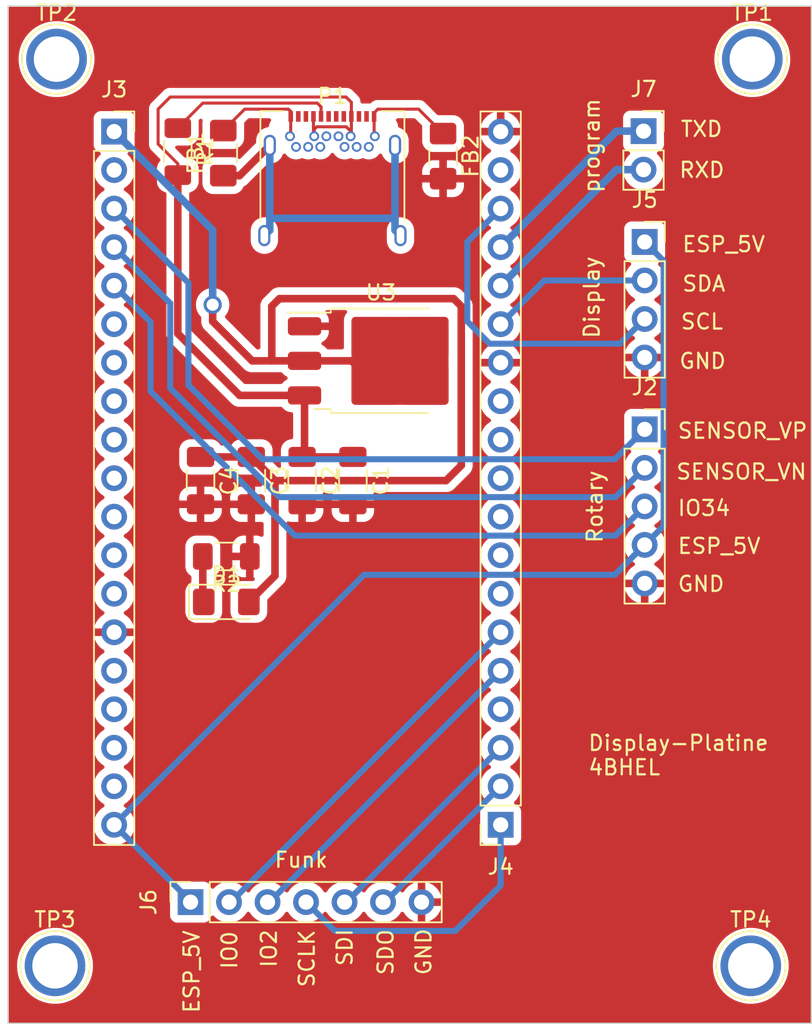
<source format=kicad_pcb>
(kicad_pcb (version 20221018) (generator pcbnew)
  (layers (0 "F.Cu" signal) (31 "B.Cu" signal) (34 "B.Paste" user) (35 "F.Paste" user) (36 "B.SilkS" user "B.Silkscreen") (37 "F.SilkS" user "F.Silkscreen") (38 "B.Mask" user) (39 "F.Mask" user) (44 "Edge.Cuts" user))
  (net 0 "")
  (net 1 "Net-(P1-SHIELD)")
  (net 2 "Net-(FB1-Pad2)")
  (net 3 "GND")
  (net 4 "/SENSOR_VP")
  (net 5 "/SENSOR_VN")
  (net 6 "/IO34")
  (net 7 "/ESP_5V")
  (net 8 "/3V3")
  (net 9 "/EN")
  (net 10 "/IO35")
  (net 11 "/IO32")
  (net 12 "/IO33")
  (net 13 "/IO25")
  (net 14 "/IO26")
  (net 15 "/IO27")
  (net 16 "/IO14")
  (net 17 "/IO12")
  (net 18 "/IO13")
  (net 19 "/SD2")
  (net 20 "/SD3")
  (net 21 "/CMD")
  (net 22 "/CLK")
  (net 23 "/SD0")
  (net 24 "/SD1")
  (net 25 "/IO15")
  (net 26 "/IO2")
  (net 27 "/IO0")
  (net 28 "/IO4")
  (net 29 "/IO16")
  (net 30 "/IO17")
  (net 31 "/IO5_SS")
  (net 32 "/IO18_SCK")
  (net 33 "/IO19_MISO")
  (net 34 "/IO21_SDA")
  (net 35 "/RXD0")
  (net 36 "/TXD0")
  (net 37 "/IO22_SCL")
  (net 38 "/IO23_MOSI")
  (net 39 "Net-(U3-VI)")
  (net 40 "Net-(P1-CC)")
  (net 48 "Net-(D1-K)")
  (footprint "Resistor_SMD:R_1206_3216Metric_Pad1.30x1.75mm_HandSolder" (layer "F.Cu") (at 140.5 88.5 180)
    (fp_text reference "R2" (at 0 -1.82) (layer "F.SilkS"))
    (fp_text value "330")
    (fp_line (start -0.727064 -0.91) (end 0.727064 -0.91) (stroke (width 0.12)) (layer "F.SilkS"))
    (fp_line (start -0.727064 0.91) (end 0.727064 0.91) (stroke (width 0.12)) (layer "F.SilkS"))
    (pad "1" smd roundrect (at -1.55 0 180) (size 1.3 1.75) (layers "F.Cu" "F.Paste" "F.Mask") (roundrect_rratio 0.192308) (net 3 "GND"))
    (pad "2" smd roundrect (at 1.55 0 180) (size 1.3 1.75) (layers "F.Cu" "F.Paste" "F.Mask") (roundrect_rratio 0.192308) (net 48 "Net-(D1-K)"))
  )
  (footprint "TestPoint:TestPoint_Plated_Hole_D3.0mm" (layer "F.Cu") (at 129.3 55.7)
    (fp_text reference "TP2" (at 0 -3.048) (layer "F.SilkS"))
    (fp_text value "TestPoint")
    (fp_circle (center 0 0) (end 0 -2.286) (stroke (width 0.12)) (fill none) (layer "F.SilkS"))
    (pad "1" thru_hole circle (at 0 0) (size 4 4) (drill 3) (layers "*.Cu" "*.Mask"))
  )
  (footprint "Connector_PinSocket_2.54mm:PinSocket_1x19_P2.54mm_Vertical" (layer "F.Cu") (at 133.1 60.48)
    (fp_text reference "J3" (at 0 -2.77) (layer "F.SilkS"))
    (fp_text value "Conn_01x19_Socket")
    (fp_line (start -1.33 1.27) (end -1.33 47.05) (stroke (width 0.12)) (layer "F.SilkS"))
    (fp_line (start -1.33 1.27) (end 1.33 1.27) (stroke (width 0.12)) (layer "F.SilkS"))
    (fp_line (start -1.33 47.05) (end 1.33 47.05) (stroke (width 0.12)) (layer "F.SilkS"))
    (fp_line (start 0 -1.33) (end 1.33 -1.33) (stroke (width 0.12)) (layer "F.SilkS"))
    (fp_line (start 1.33 -1.33) (end 1.33 0) (stroke (width 0.12)) (layer "F.SilkS"))
    (fp_line (start 1.33 1.27) (end 1.33 47.05) (stroke (width 0.12)) (layer "F.SilkS"))
    (pad "1" thru_hole rect (at 0 0) (size 1.7 1.7) (drill 1) (layers "*.Cu" "*.Mask") (net 8 "/3V3"))
    (pad "2" thru_hole oval (at 0 2.54) (size 1.7 1.7) (drill 1) (layers "*.Cu" "*.Mask") (net 9 "/EN"))
    (pad "3" thru_hole oval (at 0 5.08) (size 1.7 1.7) (drill 1) (layers "*.Cu" "*.Mask") (net 4 "/SENSOR_VP"))
    (pad "4" thru_hole oval (at 0 7.62) (size 1.7 1.7) (drill 1) (layers "*.Cu" "*.Mask") (net 5 "/SENSOR_VN"))
    (pad "5" thru_hole oval (at 0 10.16) (size 1.7 1.7) (drill 1) (layers "*.Cu" "*.Mask") (net 6 "/IO34"))
    (pad "6" thru_hole oval (at 0 12.7) (size 1.7 1.7) (drill 1) (layers "*.Cu" "*.Mask") (net 10 "/IO35"))
    (pad "7" thru_hole oval (at 0 15.24) (size 1.7 1.7) (drill 1) (layers "*.Cu" "*.Mask") (net 11 "/IO32"))
    (pad "8" thru_hole oval (at 0 17.78) (size 1.7 1.7) (drill 1) (layers "*.Cu" "*.Mask") (net 12 "/IO33"))
    (pad "9" thru_hole oval (at 0 20.32) (size 1.7 1.7) (drill 1) (layers "*.Cu" "*.Mask") (net 13 "/IO25"))
    (pad "10" thru_hole oval (at 0 22.86) (size 1.7 1.7) (drill 1) (layers "*.Cu" "*.Mask") (net 14 "/IO26"))
    (pad "11" thru_hole oval (at 0 25.4) (size 1.7 1.7) (drill 1) (layers "*.Cu" "*.Mask") (net 15 "/IO27"))
    (pad "12" thru_hole oval (at 0 27.94) (size 1.7 1.7) (drill 1) (layers "*.Cu" "*.Mask") (net 16 "/IO14"))
    (pad "13" thru_hole oval (at 0 30.48) (size 1.7 1.7) (drill 1) (layers "*.Cu" "*.Mask") (net 17 "/IO12"))
    (pad "14" thru_hole oval (at 0 33.02) (size 1.7 1.7) (drill 1) (layers "*.Cu" "*.Mask") (net 3 "GND"))
    (pad "15" thru_hole oval (at 0 35.56) (size 1.7 1.7) (drill 1) (layers "*.Cu" "*.Mask") (net 18 "/IO13"))
    (pad "16" thru_hole oval (at 0 38.1) (size 1.7 1.7) (drill 1) (layers "*.Cu" "*.Mask") (net 19 "/SD2"))
    (pad "17" thru_hole oval (at 0 40.64) (size 1.7 1.7) (drill 1) (layers "*.Cu" "*.Mask") (net 20 "/SD3"))
    (pad "18" thru_hole oval (at 0 43.18) (size 1.7 1.7) (drill 1) (layers "*.Cu" "*.Mask") (net 21 "/CMD"))
    (pad "19" thru_hole oval (at 0 45.72) (size 1.7 1.7) (drill 1) (layers "*.Cu" "*.Mask") (net 7 "/ESP_5V"))
  )
  (footprint "Connector_PinSocket_2.54mm:PinSocket_1x07_P2.54mm_Vertical" (layer "F.Cu") (at 138.14 111.3 90)
    (fp_text reference "J6" (at 0 -2.77 90) (layer "F.SilkS"))
    (fp_text value "Conn_01x07_Socket")
    (fp_line (start -1.33 1.27) (end -1.33 16.57) (stroke (width 0.12)) (layer "F.SilkS"))
    (fp_line (start -1.33 1.27) (end 1.33 1.27) (stroke (width 0.12)) (layer "F.SilkS"))
    (fp_line (start -1.33 16.57) (end 1.33 16.57) (stroke (width 0.12)) (layer "F.SilkS"))
    (fp_line (start 0 -1.33) (end 1.33 -1.33) (stroke (width 0.12)) (layer "F.SilkS"))
    (fp_line (start 1.33 -1.33) (end 1.33 0) (stroke (width 0.12)) (layer "F.SilkS"))
    (fp_line (start 1.33 1.27) (end 1.33 16.57) (stroke (width 0.12)) (layer "F.SilkS"))
    (pad "1" thru_hole rect (at 0 0 90) (size 1.7 1.7) (drill 1) (layers "*.Cu" "*.Mask") (net 7 "/ESP_5V"))
    (pad "2" thru_hole oval (at 0 2.54 90) (size 1.7 1.7) (drill 1) (layers "*.Cu" "*.Mask") (net 27 "/IO0"))
    (pad "3" thru_hole oval (at 0 5.08 90) (size 1.7 1.7) (drill 1) (layers "*.Cu" "*.Mask") (net 26 "/IO2"))
    (pad "4" thru_hole oval (at 0 7.62 90) (size 1.7 1.7) (drill 1) (layers "*.Cu" "*.Mask") (net 22 "/CLK"))
    (pad "5" thru_hole oval (at 0 10.16 90) (size 1.7 1.7) (drill 1) (layers "*.Cu" "*.Mask") (net 24 "/SD1"))
    (pad "6" thru_hole oval (at 0 12.7 90) (size 1.7 1.7) (drill 1) (layers "*.Cu" "*.Mask") (net 23 "/SD0"))
    (pad "7" thru_hole oval (at 0 15.24 90) (size 1.7 1.7) (drill 1) (layers "*.Cu" "*.Mask") (net 3 "GND"))
  )
  (footprint "Inductor_SMD:L_1206_3216Metric_Pad1.42x1.75mm_HandSolder" (layer "F.Cu") (at 140.3 61.9 90)
    (fp_text reference "FB1" (at 0 -1.82 90) (layer "F.SilkS"))
    (fp_text value "FerriteBead_Small")
    (fp_line (start -0.602064 -0.91) (end 0.602064 -0.91) (stroke (width 0.12)) (layer "F.SilkS"))
    (fp_line (start -0.602064 0.91) (end 0.602064 0.91) (stroke (width 0.12)) (layer "F.SilkS"))
    (pad "1" smd roundrect (at -1.4875 0 90) (size 1.425 1.75) (layers "F.Cu" "F.Paste" "F.Mask") (roundrect_rratio 0.175439) (net 1 "Net-(P1-SHIELD)"))
    (pad "2" smd roundrect (at 1.4875 0 90) (size 1.425 1.75) (layers "F.Cu" "F.Paste" "F.Mask") (roundrect_rratio 0.175439) (net 2 "Net-(FB1-Pad2)"))
  )
  (footprint "Connector_PinSocket_2.54mm:PinSocket_1x04_P2.54mm_Vertical" (layer "F.Cu") (at 168.1 67.76)
    (fp_text reference "J5" (at 0 -2.77) (layer "F.SilkS"))
    (fp_text value "Conn_01x04_Socket")
    (fp_line (start -1.33 1.27) (end -1.33 8.95) (stroke (width 0.12)) (layer "F.SilkS"))
    (fp_line (start -1.33 1.27) (end 1.33 1.27) (stroke (width 0.12)) (layer "F.SilkS"))
    (fp_line (start -1.33 8.95) (end 1.33 8.95) (stroke (width 0.12)) (layer "F.SilkS"))
    (fp_line (start 0 -1.33) (end 1.33 -1.33) (stroke (width 0.12)) (layer "F.SilkS"))
    (fp_line (start 1.33 -1.33) (end 1.33 0) (stroke (width 0.12)) (layer "F.SilkS"))
    (fp_line (start 1.33 1.27) (end 1.33 8.95) (stroke (width 0.12)) (layer "F.SilkS"))
    (pad "1" thru_hole rect (at 0 0) (size 1.7 1.7) (drill 1) (layers "*.Cu" "*.Mask") (net 7 "/ESP_5V"))
    (pad "2" thru_hole oval (at 0 2.54) (size 1.7 1.7) (drill 1) (layers "*.Cu" "*.Mask") (net 34 "/IO21_SDA"))
    (pad "3" thru_hole oval (at 0 5.08) (size 1.7 1.7) (drill 1) (layers "*.Cu" "*.Mask") (net 37 "/IO22_SCL"))
    (pad "4" thru_hole oval (at 0 7.62) (size 1.7 1.7) (drill 1) (layers "*.Cu" "*.Mask") (net 3 "GND"))
  )
  (footprint "Connector_PinSocket_2.54mm:PinSocket_1x19_P2.54mm_Vertical" (layer "F.Cu") (at 158.6 106.2 180)
    (fp_text reference "J4" (at 0 -2.77) (layer "F.SilkS"))
    (fp_text value "Conn_01x19_Socket")
    (fp_line (start -1.33 1.27) (end -1.33 47.05) (stroke (width 0.12)) (layer "F.SilkS"))
    (fp_line (start -1.33 1.27) (end 1.33 1.27) (stroke (width 0.12)) (layer "F.SilkS"))
    (fp_line (start -1.33 47.05) (end 1.33 47.05) (stroke (width 0.12)) (layer "F.SilkS"))
    (fp_line (start 0 -1.33) (end 1.33 -1.33) (stroke (width 0.12)) (layer "F.SilkS"))
    (fp_line (start 1.33 -1.33) (end 1.33 0) (stroke (width 0.12)) (layer "F.SilkS"))
    (fp_line (start 1.33 1.27) (end 1.33 47.05) (stroke (width 0.12)) (layer "F.SilkS"))
    (pad "1" thru_hole rect (at 0 0 180) (size 1.7 1.7) (drill 1) (layers "*.Cu" "*.Mask") (net 22 "/CLK"))
    (pad "2" thru_hole oval (at 0 2.54 180) (size 1.7 1.7) (drill 1) (layers "*.Cu" "*.Mask") (net 23 "/SD0"))
    (pad "3" thru_hole oval (at 0 5.08 180) (size 1.7 1.7) (drill 1) (layers "*.Cu" "*.Mask") (net 24 "/SD1"))
    (pad "4" thru_hole oval (at 0 7.62 180) (size 1.7 1.7) (drill 1) (layers "*.Cu" "*.Mask") (net 25 "/IO15"))
    (pad "5" thru_hole oval (at 0 10.16 180) (size 1.7 1.7) (drill 1) (layers "*.Cu" "*.Mask") (net 26 "/IO2"))
    (pad "6" thru_hole oval (at 0 12.7 180) (size 1.7 1.7) (drill 1) (layers "*.Cu" "*.Mask") (net 27 "/IO0"))
    (pad "7" thru_hole oval (at 0 15.24 180) (size 1.7 1.7) (drill 1) (layers "*.Cu" "*.Mask") (net 28 "/IO4"))
    (pad "8" thru_hole oval (at 0 17.78 180) (size 1.7 1.7) (drill 1) (layers "*.Cu" "*.Mask") (net 29 "/IO16"))
    (pad "9" thru_hole oval (at 0 20.32 180) (size 1.7 1.7) (drill 1) (layers "*.Cu" "*.Mask") (net 30 "/IO17"))
    (pad "10" thru_hole oval (at 0 22.86 180) (size 1.7 1.7) (drill 1) (layers "*.Cu" "*.Mask") (net 31 "/IO5_SS"))
    (pad "11" thru_hole oval (at 0 25.4 180) (size 1.7 1.7) (drill 1) (layers "*.Cu" "*.Mask") (net 32 "/IO18_SCK"))
    (pad "12" thru_hole oval (at 0 27.94 180) (size 1.7 1.7) (drill 1) (layers "*.Cu" "*.Mask") (net 33 "/IO19_MISO"))
    (pad "13" thru_hole oval (at 0 30.48 180) (size 1.7 1.7) (drill 1) (layers "*.Cu" "*.Mask") (net 3 "GND"))
    (pad "14" thru_hole oval (at 0 33.02 180) (size 1.7 1.7) (drill 1) (layers "*.Cu" "*.Mask") (net 34 "/IO21_SDA"))
    (pad "15" thru_hole oval (at 0 35.56 180) (size 1.7 1.7) (drill 1) (layers "*.Cu" "*.Mask") (net 35 "/RXD0"))
    (pad "16" thru_hole oval (at 0 38.1 180) (size 1.7 1.7) (drill 1) (layers "*.Cu" "*.Mask") (net 36 "/TXD0"))
    (pad "17" thru_hole oval (at 0 40.64 180) (size 1.7 1.7) (drill 1) (layers "*.Cu" "*.Mask") (net 37 "/IO22_SCL"))
    (pad "18" thru_hole oval (at 0 43.18 180) (size 1.7 1.7) (drill 1) (layers "*.Cu" "*.Mask") (net 38 "/IO23_MOSI"))
    (pad "19" thru_hole oval (at 0 45.72 180) (size 1.7 1.7) (drill 1) (layers "*.Cu" "*.Mask") (net 3 "GND"))
  )
  (footprint "Resistor_SMD:R_1206_3216Metric_Pad1.30x1.75mm_HandSolder" (layer "F.Cu") (at 137.3 61.8 -90)
    (fp_text reference "R1" (at 0 -1.82 90) (layer "F.SilkS"))
    (fp_text value "56k")
    (fp_line (start -0.727064 -0.91) (end 0.727064 -0.91) (stroke (width 0.12)) (layer "F.SilkS"))
    (fp_line (start -0.727064 0.91) (end 0.727064 0.91) (stroke (width 0.12)) (layer "F.SilkS"))
    (pad "1" smd roundrect (at -1.55 0 270) (size 1.3 1.75) (layers "F.Cu" "F.Paste" "F.Mask") (roundrect_rratio 0.192308) (net 40 "Net-(P1-CC)"))
    (pad "2" smd roundrect (at 1.55 0 270) (size 1.3 1.75) (layers "F.Cu" "F.Paste" "F.Mask") (roundrect_rratio 0.192308) (net 39 "Net-(U3-VI)"))
  )
  (footprint "Connector_PinSocket_2.54mm:PinSocket_1x05_P2.54mm_Vertical" (layer "F.Cu") (at 168.1 80.12)
    (fp_text reference "J2" (at 0 -2.77) (layer "F.SilkS"))
    (fp_text value "Conn_01x05_Socket")
    (fp_line (start -1.33 1.27) (end -1.33 11.49) (stroke (width 0.12)) (layer "F.SilkS"))
    (fp_line (start -1.33 1.27) (end 1.33 1.27) (stroke (width 0.12)) (layer "F.SilkS"))
    (fp_line (start -1.33 11.49) (end 1.33 11.49) (stroke (width 0.12)) (layer "F.SilkS"))
    (fp_line (start 0 -1.33) (end 1.33 -1.33) (stroke (width 0.12)) (layer "F.SilkS"))
    (fp_line (start 1.33 -1.33) (end 1.33 0) (stroke (width 0.12)) (layer "F.SilkS"))
    (fp_line (start 1.33 1.27) (end 1.33 11.49) (stroke (width 0.12)) (layer "F.SilkS"))
    (pad "1" thru_hole rect (at 0 0) (size 1.7 1.7) (drill 1) (layers "*.Cu" "*.Mask") (net 4 "/SENSOR_VP"))
    (pad "2" thru_hole oval (at 0 2.54) (size 1.7 1.7) (drill 1) (layers "*.Cu" "*.Mask") (net 5 "/SENSOR_VN"))
    (pad "3" thru_hole oval (at 0 5.08) (size 1.7 1.7) (drill 1) (layers "*.Cu" "*.Mask") (net 6 "/IO34"))
    (pad "4" thru_hole oval (at 0 7.62) (size 1.7 1.7) (drill 1) (layers "*.Cu" "*.Mask") (net 7 "/ESP_5V"))
    (pad "5" thru_hole oval (at 0 10.16) (size 1.7 1.7) (drill 1) (layers "*.Cu" "*.Mask") (net 3 "GND"))
  )
  (footprint "TestPoint:TestPoint_Plated_Hole_D3.0mm" (layer "F.Cu") (at 129.2 115.5)
    (fp_text reference "TP3" (at 0 -3.048) (layer "F.SilkS"))
    (fp_text value "TestPoint")
    (fp_circle (center 0 0) (end 0 -2.286) (stroke (width 0.12)) (fill none) (layer "F.SilkS"))
    (pad "1" thru_hole circle (at 0 0) (size 4 4) (drill 3) (layers "*.Cu" "*.Mask"))
  )
  (footprint "Inductor_SMD:L_1206_3216Metric_Pad1.42x1.75mm_HandSolder" (layer "F.Cu") (at 154.8 62.1 -90)
    (fp_text reference "FB2" (at 0 -1.82 90) (layer "F.SilkS"))
    (fp_text value "FerriteBead_Small")
    (fp_line (start -0.602064 -0.91) (end 0.602064 -0.91) (stroke (width 0.12)) (layer "F.SilkS"))
    (fp_line (start -0.602064 0.91) (end 0.602064 0.91) (stroke (width 0.12)) (layer "F.SilkS"))
    (pad "1" smd roundrect (at -1.4875 0 270) (size 1.425 1.75) (layers "F.Cu" "F.Paste" "F.Mask") (roundrect_rratio 0.175439) (net 2 "Net-(FB1-Pad2)"))
    (pad "2" smd roundrect (at 1.4875 0 270) (size 1.425 1.75) (layers "F.Cu" "F.Paste" "F.Mask") (roundrect_rratio 0.175439) (net 3 "GND"))
  )
  (footprint "Diode_SMD:D_1206_3216Metric_Pad1.42x1.75mm_HandSolder" (layer "F.Cu") (at 140.5 91.5)
    (fp_text reference "D1" (at 0 -1.82) (layer "F.SilkS"))
    (fp_text value "LED")
    (fp_line (start -2.46 -1.135) (end -2.46 1.135) (stroke (width 0.12)) (layer "F.SilkS"))
    (fp_line (start -2.46 1.135) (end 1.6 1.135) (stroke (width 0.12)) (layer "F.SilkS"))
    (fp_line (start 1.6 -1.135) (end -2.46 -1.135) (stroke (width 0.12)) (layer "F.SilkS"))
    (pad "1" smd roundrect (at -1.4875 0) (size 1.425 1.75) (layers "F.Cu" "F.Paste" "F.Mask") (roundrect_rratio 0.175439) (net 48 "Net-(D1-K)"))
    (pad "2" smd roundrect (at 1.4875 0) (size 1.425 1.75) (layers "F.Cu" "F.Paste" "F.Mask") (roundrect_rratio 0.175439) (net 8 "/3V3"))
  )
  (footprint "TestPoint:TestPoint_Plated_Hole_D3.0mm" (layer "F.Cu") (at 175.2 55.7)
    (fp_text reference "TP1" (at 0 -3.048) (layer "F.SilkS"))
    (fp_text value "TestPoint")
    (fp_circle (center 0 0) (end 0 -2.286) (stroke (width 0.12)) (fill none) (layer "F.SilkS"))
    (pad "1" thru_hole circle (at 0 0) (size 4 4) (drill 3) (layers "*.Cu" "*.Mask"))
  )
  (footprint "TestPoint:TestPoint_Plated_Hole_D3.0mm" (layer "F.Cu") (at 175.1 115.5)
    (fp_text reference "TP4" (at 0 -3.048) (layer "F.SilkS"))
    (fp_text value "TestPoint")
    (fp_circle (center 0 0) (end 0 -2.286) (stroke (width 0.12)) (fill none) (layer "F.SilkS"))
    (pad "1" thru_hole circle (at 0 0) (size 4 4) (drill 3) (layers "*.Cu" "*.Mask"))
  )
  (footprint "Capacitor_SMD:C_1206_3216Metric_Pad1.33x1.80mm_HandSolder" (layer "F.Cu") (at 142.15 83.5 -90)
    (fp_text reference "C3" (at 0 -1.85 90) (layer "F.SilkS"))
    (fp_text value "1u")
    (fp_line (start -0.711252 -0.91) (end 0.711252 -0.91) (stroke (width 0.12)) (layer "F.SilkS"))
    (fp_line (start -0.711252 0.91) (end 0.711252 0.91) (stroke (width 0.12)) (layer "F.SilkS"))
    (pad "1" smd roundrect (at -1.5625 0 270) (size 1.325 1.8) (layers "F.Cu" "F.Paste" "F.Mask") (roundrect_rratio 0.188679) (net 8 "/3V3"))
    (pad "2" smd roundrect (at 1.5625 0 270) (size 1.325 1.8) (layers "F.Cu" "F.Paste" "F.Mask") (roundrect_rratio 0.188679) (net 3 "GND"))
  )
  (footprint "Capacitor_SMD:C_1206_3216Metric_Pad1.33x1.80mm_HandSolder" (layer "F.Cu") (at 138.8 83.5 -90)
    (fp_text reference "C4" (at 0 -1.85 90) (layer "F.SilkS"))
    (fp_text value "10u")
    (fp_line (start -0.711252 -0.91) (end 0.711252 -0.91) (stroke (width 0.12)) (layer "F.SilkS"))
    (fp_line (start -0.711252 0.91) (end 0.711252 0.91) (stroke (width 0.12)) (layer "F.SilkS"))
    (pad "1" smd roundrect (at -1.5625 0 270) (size 1.325 1.8) (layers "F.Cu" "F.Paste" "F.Mask") (roundrect_rratio 0.188679) (net 8 "/3V3"))
    (pad "2" smd roundrect (at 1.5625 0 270) (size 1.325 1.8) (layers "F.Cu" "F.Paste" "F.Mask") (roundrect_rratio 0.188679) (net 3 "GND"))
  )
  (footprint "Package_TO_SOT_SMD:TO-252-3_TabPin2" (layer "F.Cu") (at 150.7 75.6)
    (fp_text reference "U3" (at 0 -4.5) (layer "F.SilkS"))
    (fp_text value "AMS1117CD-3.3")
    (fp_line (start -3.31 -3.45) (end -3.31 -3.18) (stroke (width 0.12)) (layer "F.SilkS"))
    (fp_line (start -3.31 -3.18) (end -6.14 -3.18) (stroke (width 0.12)) (layer "F.SilkS"))
    (fp_line (start -3.31 3.18) (end -4.41 3.18) (stroke (width 0.12)) (layer "F.SilkS"))
    (fp_line (start -3.31 3.45) (end -3.31 3.18) (stroke (width 0.12)) (layer "F.SilkS"))
    (fp_line (start 3.11 -3.45) (end -3.31 -3.45) (stroke (width 0.12)) (layer "F.SilkS"))
    (fp_line (start 3.11 3.45) (end -3.31 3.45) (stroke (width 0.12)) (layer "F.SilkS"))
    (pad "1" smd roundrect (at -5.04 -2.28) (size 2.2 1.2) (layers "F.Cu" "F.Paste" "F.Mask") (roundrect_rratio 0.208333) (net 3 "GND"))
    (pad "2" smd roundrect (at -5.04 0) (size 2.2 1.2) (layers "F.Cu" "F.Paste" "F.Mask") (roundrect_rratio 0.208333) (net 8 "/3V3"))
    (pad "2" smd roundrect (at -0.415 -1.525) (size 3.05 2.75) (layers "F.Cu" "F.Paste") (roundrect_rratio 0.090909) (net 8 "/3V3"))
    (pad "2" smd roundrect (at -0.415 1.525) (size 3.05 2.75) (layers "F.Cu" "F.Paste") (roundrect_rratio 0.090909) (net 8 "/3V3"))
    (pad "2" smd roundrect (at 1.26 0) (size 6.4 5.8) (layers "F.Cu" "F.Mask") (roundrect_rratio 0.043103) (net 8 "/3V3"))
    (pad "2" smd roundrect (at 2.935 -1.525) (size 3.05 2.75) (layers "F.Cu" "F.Paste") (roundrect_rratio 0.090909) (net 8 "/3V3"))
    (pad "2" smd roundrect (at 2.935 1.525) (size 3.05 2.75) (layers "F.Cu" "F.Paste") (roundrect_rratio 0.090909) (net 8 "/3V3"))
    (pad "3" smd roundrect (at -5.04 2.28) (size 2.2 1.2) (layers "F.Cu" "F.Paste" "F.Mask") (roundrect_rratio 0.208333) (net 39 "Net-(U3-VI)"))
  )
  (footprint "Connector_USB:USB_C_Receptacle_Amphenol_12401548E4-2A" (layer "F.Cu") (at 147.5 64.5)
    (fp_text reference "P1" (at 0 -6.36) (layer "F.SilkS"))
    (fp_text value "USB_C_Plug_USB2.0")
    (fp_line (start -4.75 -5.37) (end -4.75 1.89) (stroke (width 0.12)) (layer "F.SilkS"))
    (fp_line (start -4.75 -5.37) (end -3.25 -5.37) (stroke (width 0.12)) (layer "F.SilkS"))
    (fp_line (start 3.25 -5.37) (end 4.75 -5.37) (stroke (width 0.12)) (layer "F.SilkS"))
    (fp_line (start 4.75 -5.37) (end 4.75 1.89) (stroke (width 0.12)) (layer "F.SilkS"))
    (pad "" np_thru_hole circle (at -3.6 -4.36) (size 0.65 0.65) (drill 0.65) (layers "*.Cu" "*.Mask"))
    (pad "" np_thru_hole oval (at 3.6 -4.36) (size 0.95 0.65) (drill oval 0.95 0.65) (layers "*.Cu" "*.Mask"))
    (pad "A1" smd rect (at -2.75 -5.02) (size 0.3 0.7) (layers "F.Cu" "F.Paste" "F.Mask") (net 2 "Net-(FB1-Pad2)"))
    (pad "A2" smd rect (at -2.25 -5.02) (size 0.3 0.7) (layers "F.Cu" "F.Paste" "F.Mask"))
    (pad "A3" smd rect (at -1.75 -5.02) (size 0.3 0.7) (layers "F.Cu" "F.Paste" "F.Mask"))
    (pad "A4" smd rect (at -1.25 -5.02) (size 0.3 0.7) (layers "F.Cu" "F.Paste" "F.Mask") (net 39 "Net-(U3-VI)"))
    (pad "A5" smd rect (at -0.75 -5.02) (size 0.3 0.7) (layers "F.Cu" "F.Paste" "F.Mask") (net 40 "Net-(P1-CC)"))
    (pad "A6" smd rect (at -0.25 -5.02) (size 0.3 0.7) (layers "F.Cu" "F.Paste" "F.Mask"))
    (pad "A7" smd rect (at 0.25 -5.02) (size 0.3 0.7) (layers "F.Cu" "F.Paste" "F.Mask"))
    (pad "A8" smd rect (at 0.75 -5.02) (size 0.3 0.7) (layers "F.Cu" "F.Paste" "F.Mask"))
    (pad "A9" smd rect (at 1.25 -5.02) (size 0.3 0.7) (layers "F.Cu" "F.Paste" "F.Mask") (net 39 "Net-(U3-VI)"))
    (pad "A10" smd rect (at 1.75 -5.02) (size 0.3 0.7) (layers "F.Cu" "F.Paste" "F.Mask"))
    (pad "A11" smd rect (at 2.25 -5.02) (size 0.3 0.7) (layers "F.Cu" "F.Paste" "F.Mask"))
    (pad "A12" smd rect (at 2.75 -5.02) (size 0.3 0.7) (layers "F.Cu" "F.Paste" "F.Mask") (net 2 "Net-(FB1-Pad2)"))
    (pad "B1" thru_hole circle (at 2.8 -3.71) (size 0.65 0.65) (drill 0.4) (layers "*.Cu" "*.Mask") (net 2 "Net-(FB1-Pad2)"))
    (pad "B2" thru_hole circle (at 2.4 -3.01) (size 0.65 0.65) (drill 0.4) (layers "*.Cu" "*.Mask"))
    (pad "B3" thru_hole circle (at 1.6 -3.01) (size 0.65 0.65) (drill 0.4) (layers "*.Cu" "*.Mask"))
    (pad "B4" thru_hole circle (at 1.2 -3.71) (size 0.65 0.65) (drill 0.4) (layers "*.Cu" "*.Mask") (net 39 "Net-(U3-VI)"))
    (pad "B5" thru_hole circle (at 0.8 -3.01) (size 0.65 0.65) (drill 0.4) (layers "*.Cu" "*.Mask"))
    (pad "B6" thru_hole circle (at 0.4 -3.71) (size 0.65 0.65) (drill 0.4) (layers "*.Cu" "*.Mask"))
    (pad "B7" thru_hole circle (at -0.4 -3.71) (size 0.65 0.65) (drill 0.4) (layers "*.Cu" "*.Mask"))
    (pad "B8" thru_hole circle (at -0.8 -3.01) (size 0.65 0.65) (drill 0.4) (layers "*.Cu" "*.Mask"))
    (pad "B9" thru_hole circle (at -1.2 -3.71) (size 0.65 0.65) (drill 0.4) (layers "*.Cu" "*.Mask") (net 39 "Net-(U3-VI)"))
    (pad "B10" thru_hole circle (at -1.6 -3.01) (size 0.65 0.65) (drill 0.4) (layers "*.Cu" "*.Mask"))
    (pad "B11" thru_hole circle (at -2.4 -3.01) (size 0.65 0.65) (drill 0.4) (layers "*.Cu" "*.Mask"))
    (pad "B12" thru_hole circle (at -2.8 -3.71) (size 0.65 0.65) (drill 0.4) (layers "*.Cu" "*.Mask") (net 2 "Net-(FB1-Pad2)"))
    (pad "S1" thru_hole oval (at -4.49 2.84) (size 0.8 1.4) (drill oval 0.5 1.1) (layers "*.Cu" "*.Mask") (net 1 "Net-(P1-SHIELD)"))
    (pad "S1" thru_hole oval (at -4.13 -3.11) (size 0.8 1.4) (drill oval 0.5 1.1) (layers "*.Cu" "*.Mask") (net 1 "Net-(P1-SHIELD)"))
    (pad "S1" thru_hole oval (at 4.13 -3.11) (size 0.8 1.4) (drill oval 0.5 1.1) (layers "*.Cu" "*.Mask") (net 1 "Net-(P1-SHIELD)"))
    (pad "S1" thru_hole oval (at 4.49 2.84) (size 0.8 1.4) (drill oval 0.5 1.1) (layers "*.Cu" "*.Mask") (net 1 "Net-(P1-SHIELD)"))
  )
  (footprint "Capacitor_SMD:C_1206_3216Metric_Pad1.33x1.80mm_HandSolder" (layer "F.Cu") (at 148.85 83.5 -90)
    (fp_text reference "C1" (at 0 -1.85 90) (layer "F.SilkS"))
    (fp_text value "10u")
    (fp_line (start -0.711252 -0.91) (end 0.711252 -0.91) (stroke (width 0.12)) (layer "F.SilkS"))
    (fp_line (start -0.711252 0.91) (end 0.711252 0.91) (stroke (width 0.12)) (layer "F.SilkS"))
    (pad "1" smd roundrect (at -1.5625 0 270) (size 1.325 1.8) (layers "F.Cu" "F.Paste" "F.Mask") (roundrect_rratio 0.188679) (net 39 "Net-(U3-VI)"))
    (pad "2" smd roundrect (at 1.5625 0 270) (size 1.325 1.8) (layers "F.Cu" "F.Paste" "F.Mask") (roundrect_rratio 0.188679) (net 3 "GND"))
  )
  (footprint "Capacitor_SMD:C_1206_3216Metric_Pad1.33x1.80mm_HandSolder" (layer "F.Cu") (at 145.5 83.5 -90)
    (fp_text reference "C2" (at 0 -1.85 90) (layer "F.SilkS"))
    (fp_text value "1u")
    (fp_line (start -0.711252 -0.91) (end 0.711252 -0.91) (stroke (width 0.12)) (layer "F.SilkS"))
    (fp_line (start -0.711252 0.91) (end 0.711252 0.91) (stroke (width 0.12)) (layer "F.SilkS"))
    (pad "1" smd roundrect (at -1.5625 0 270) (size 1.325 1.8) (layers "F.Cu" "F.Paste" "F.Mask") (roundrect_rratio 0.188679) (net 39 "Net-(U3-VI)"))
    (pad "2" smd roundrect (at 1.5625 0 270) (size 1.325 1.8) (layers "F.Cu" "F.Paste" "F.Mask") (roundrect_rratio 0.188679) (net 3 "GND"))
  )
  (footprint "Connector_PinSocket_2.54mm:PinSocket_1x02_P2.54mm_Vertical" (layer "F.Cu") (at 168.025 60.45)
    (fp_text reference "J7" (at 0 -2.77) (layer "F.SilkS"))
    (fp_text value "Conn_01x02_Socket")
    (fp_line (start -1.33 1.27) (end -1.33 3.87) (stroke (width 0.12)) (layer "F.SilkS"))
    (fp_line (start -1.33 1.27) (end 1.33 1.27) (stroke (width 0.12)) (layer "F.SilkS"))
    (fp_line (start -1.33 3.87) (end 1.33 3.87) (stroke (width 0.12)) (layer "F.SilkS"))
    (fp_line (start 0 -1.33) (end 1.33 -1.33) (stroke (width 0.12)) (layer "F.SilkS"))
    (fp_line (start 1.33 -1.33) (end 1.33 0) (stroke (width 0.12)) (layer "F.SilkS"))
    (fp_line (start 1.33 1.27) (end 1.33 3.87) (stroke (width 0.12)) (layer "F.SilkS"))
    (pad "1" thru_hole rect (at 0 0) (size 1.7 1.7) (drill 1) (layers "*.Cu" "*.Mask") (net 36 "/TXD0"))
    (pad "2" thru_hole oval (at 0 2.54) (size 1.7 1.7) (drill 1) (layers "*.Cu" "*.Mask") (net 35 "/RXD0"))
  )
  (gr_rect (start 126.1 52.2) (end 179.1 119.3) (stroke (width 0.1)) (fill none) (layer "Edge.Cuts"))
  (gr_text "ESP_5V" (at 170.5 68.5) (layer "F.SilkS") (effects (font (size 1 1)) (justify left bottom)))
  (gr_text "program" (at 165.2 64.6 90) (layer "F.SilkS") (effects (font (size 1 1)) (justify left bottom)))
  (gr_text "ESP_5V" (at 138.8 118.7 90) (layer "F.SilkS") (effects (font (size 1 1)) (justify left bottom)))
  (gr_text "SCL" (at 170.4 73.6) (layer "F.SilkS") (effects (font (size 1 1)) (justify left bottom)))
  (gr_text "Display" (at 165.2 74.2 90) (layer "F.SilkS") (effects (font (size 1 1)) (justify left bottom)))
  (gr_text "RXD" (at 170.3 63.6) (layer "F.SilkS") (effects (font (size 1 1)) (justify left bottom)))
  (gr_text "ESP_5V" (at 170.2 88.4) (layer "F.SilkS") (effects (font (size 1 1)) (justify left bottom)))
  (gr_text "SENSOR_VP" (at 170.2 80.8) (layer "F.SilkS") (effects (font (size 1 1)) (justify left bottom)))
  (gr_text "Funk" (at 143.6 109.1) (layer "F.SilkS") (effects (font (size 1 1)) (justify left bottom)))
  (gr_text "IO0" (at 141.3 115.8 90) (layer "F.SilkS") (effects (font (size 1 1)) (justify left bottom)))
  (gr_text "IO2" (at 143.9 115.7 90) (layer "F.SilkS") (effects (font (size 1 1)) (justify left bottom)))
  (gr_text "SDA" (at 170.5 71.1) (layer "F.SilkS") (effects (font (size 1 1)) (justify left bottom)))
  (gr_text "GND" (at 154.1 116.2 90) (layer "F.SilkS") (effects (font (size 1 1)) (justify left bottom)))
  (gr_text "GND" (at 170.2 90.9) (layer "F.SilkS") (effects (font (size 1 1)) (justify left bottom)))
  (gr_text "SDO" (at 151.6 116.2 90) (layer "F.SilkS") (effects (font (size 1 1)) (justify left bottom)))
  (gr_text "SENSOR_VN" (at 170.1 83.5) (layer "F.SilkS") (effects (font (size 1 1)) (justify left bottom)))
  (gr_text "SCLK" (at 146.4 117 90) (layer "F.SilkS") (effects (font (size 1 1)) (justify left bottom)))
  (gr_text "Display-Platine\n4BHEL" (at 164.3 103) (layer "F.SilkS") (effects (font (size 1 1)) (justify left bottom)))
  (gr_text "IO34" (at 170.2 85.9) (layer "F.SilkS") (effects (font (size 1 1)) (justify left bottom)))
  (gr_text "GND" (at 170.3 76.2) (layer "F.SilkS") (effects (font (size 1 1)) (justify left bottom)))
  (gr_text "SDI" (at 148.9 115.6 90) (layer "F.SilkS") (effects (font (size 1 1)) (justify left bottom)))
  (gr_text "TXD" (at 170.4 60.9) (layer "F.SilkS") (effects (font (size 1 1)) (justify left bottom)))
  (gr_text "Rotary" (at 165.4 87.7 90) (layer "F.SilkS") (effects (font (size 1 1)) (justify left bottom)))
  (segment (start 140.3 63.3875) (end 141.3725 63.3875) (width 0.5) (layer "F.Cu") (net 1))
  (segment (start 141.3725 63.3875) (end 143.37 61.39) (width 0.5) (layer "F.Cu") (net 1))
  (segment (start 151.63 66.98) (end 151.99 67.34) (width 0.5) (layer "B.Cu") (net 1))
  (segment (start 143.37 66.1) (end 143.37 66.98) (width 0.5) (layer "B.Cu") (net 1))
  (segment (start 151.63 61.39) (end 151.63 66.2) (width 0.5) (layer "B.Cu") (net 1))
  (segment (start 143.37 61.39) (end 143.37 66.1) (width 0.5) (layer "B.Cu") (net 1))
  (segment (start 151.63 66.2) (end 143.47 66.2) (width 0.5) (layer "B.Cu") (net 1))
  (segment (start 151.63 66.2) (end 151.63 66.98) (width 0.5) (layer "B.Cu") (net 1))
  (segment (start 143.37 66.98) (end 143.01 67.34) (width 0.5) (layer "B.Cu") (net 1))
  (segment (start 141.7125 59) (end 140.3 60.4125) (width 0.2) (layer "F.Cu") (net 2))
  (segment (start 153.1875 59) (end 154.8 60.6125) (width 0.2) (layer "F.Cu") (net 2))
  (segment (start 144.75 59.15) (end 144.6 59) (width 0.2) (layer "F.Cu") (net 2))
  (segment (start 144.6 59) (end 141.7125 59) (width 0.2) (layer "F.Cu") (net 2))
  (segment (start 144.75 60.74) (end 144.7 60.79) (width 0.2) (layer "F.Cu") (net 2))
  (segment (start 144.75 59.48) (end 144.75 59.15) (width 0.2) (layer "F.Cu") (net 2))
  (segment (start 150.25 59.25) (end 150.5 59) (width 0.2) (layer "F.Cu") (net 2))
  (segment (start 150.5 59) (end 153.1875 59) (width 0.2) (layer "F.Cu") (net 2))
  (segment (start 150.25 59.48) (end 150.25 59.25) (width 0.2) (layer "F.Cu") (net 2))
  (segment (start 144.75 59.48) (end 144.75 60.74) (width 0.2) (layer "F.Cu") (net 2))
  (segment (start 150.25 59.48) (end 150.25 60.74) (width 0.2) (layer "F.Cu") (net 2))
  (segment (start 150.25 60.74) (end 150.3 60.79) (width 0.2) (layer "F.Cu") (net 2))
  (segment (start 133.1 65.56) (end 138 70.46) (width 0.4) (layer "B.Cu") (net 4))
  (segment (start 138 77.2) (end 142.89 82.09) (width 0.4) (layer "B.Cu") (net 4))
  (segment (start 138 70.46) (end 138 77.2) (width 0.4) (layer "B.Cu") (net 4))
  (segment (start 142.89 82.09) (end 166.13 82.09) (width 0.4) (layer "B.Cu") (net 4))
  (segment (start 166.13 82.09) (end 168.1 80.12) (width 0.4) (layer "B.Cu") (net 4))
  (segment (start 133.1 68.1) (end 136.8 71.8) (width 0.4) (layer "B.Cu") (net 5))
  (segment (start 136.8 77.4) (end 143.99 84.59) (width 0.4) (layer "B.Cu") (net 5))
  (segment (start 143.99 84.59) (end 166.17 84.59) (width 0.4) (layer "B.Cu") (net 5))
  (segment (start 136.8 71.8) (end 136.8 77.4) (width 0.4) (layer "B.Cu") (net 5))
  (segment (start 166.17 84.59) (end 168.1 82.66) (width 0.4) (layer "B.Cu") (net 5))
  (segment (start 133.1 70.64) (end 135.5 73.04) (width 0.4) (layer "B.Cu") (net 6))
  (segment (start 135.5 73.04) (end 135.5 77.6) (width 0.4) (layer "B.Cu") (net 6))
  (segment (start 145.03 87.13) (end 166.17 87.13) (width 0.4) (layer "B.Cu") (net 6))
  (segment (start 166.17 87.13) (end 168.1 85.2) (width 0.4) (layer "B.Cu") (net 6))
  (segment (start 135.5 77.6) (end 145.03 87.13) (width 0.4) (layer "B.Cu") (net 6))
  (segment (start 168.1 87.74) (end 166.13 89.71) (width 0.4) (layer "B.Cu") (net 7))
  (segment (start 168.1 67.76) (end 169.35 69.01) (width 0.4) (layer "B.Cu") (net 7))
  (segment (start 138.14 111.24) (end 138.14 111.3) (width 0.4) (layer "B.Cu") (net 7))
  (segment (start 166.13 89.71) (end 149.59 89.71) (width 0.4) (layer "B.Cu") (net 7))
  (segment (start 169.35 86.49) (end 168.1 87.74) (width 0.4) (layer "B.Cu") (net 7))
  (segment (start 149.59 89.71) (end 133.1 106.2) (width 0.4) (layer "B.Cu") (net 7))
  (segment (start 169.35 69.01) (end 169.35 86.49) (width 0.4) (layer "B.Cu") (net 7))
  (segment (start 133.1 106.2) (end 138.14 111.24) (width 0.4) (layer "B.Cu") (net 7))
  (segment (start 142.15 81.9375) (end 143.7125 83.5) (width 0.5) (layer "F.Cu") (net 8))
  (segment (start 143.7125 89.775) (end 141.9875 91.5) (width 0.5) (layer "F.Cu") (net 8))
  (segment (start 156 72) (end 155.5 71.5) (width 0.5) (layer "F.Cu") (net 8))
  (segment (start 155.5 71.5) (end 144 71.5) (width 0.5) (layer "F.Cu") (net 8))
  (segment (start 138.8 81.9375) (end 142.15 81.9375) (width 0.5) (layer "F.Cu") (net 8))
  (segment (start 139.6 73) (end 139.6 71.9) (width 0.5) (layer "F.Cu") (net 8))
  (segment (start 144 71.5) (end 143.5 72) (width 0.5) (layer "F.Cu") (net 8))
  (segment (start 145.66 75.6) (end 143.5 75.6) (width 0.5) (layer "F.Cu") (net 8))
  (segment (start 143.7125 83.5) (end 143.7125 89.775) (width 0.5) (layer "F.Cu") (net 8))
  (segment (start 155 83.5) (end 156 82.5) (width 0.5) (layer "F.Cu") (net 8))
  (segment (start 145.66 75.6) (end 148.76 75.6) (width 0.5) (layer "F.Cu") (net 8))
  (segment (start 143.7125 83.5) (end 155 83.5) (width 0.5) (layer "F.Cu") (net 8))
  (segment (start 156 82.5) (end 156 72) (width 0.5) (layer "F.Cu") (net 8))
  (segment (start 143.5 75.6) (end 142.2 75.6) (width 0.5) (layer "F.Cu") (net 8))
  (segment (start 142.2 75.6) (end 139.6 73) (width 0.5) (layer "F.Cu") (net 8))
  (segment (start 143.5 72) (end 143.5 75.6) (width 0.5) (layer "F.Cu") (net 8))
  (segment (start 148.76 75.6) (end 150.285 77.125) (width 0.5) (layer "F.Cu") (net 8))
  (via (at 139.6 71.9) (size 1.2) (drill 0.8) (layers "F.Cu" "B.Cu") (net 8))
  (segment (start 139.6 71.9) (end 139.6 66.98) (width 0.5) (layer "B.Cu") (net 8))
  (segment (start 139.6 66.98) (end 133.1 60.48) (width 0.5) (layer "B.Cu") (net 8))
  (segment (start 158.6 106.2) (end 158.6 110.2) (width 0.4) (layer "B.Cu") (net 22))
  (segment (start 147.66 113.2) (end 145.76 111.3) (width 0.4) (layer "B.Cu") (net 22))
  (segment (start 158.6 110.2) (end 155.6 113.2) (width 0.4) (layer "B.Cu") (net 22))
  (segment (start 155.6 113.2) (end 147.66 113.2) (width 0.4) (layer "B.Cu") (net 22))
  (segment (start 158.6 103.66) (end 150.96 111.3) (width 0.4) (layer "B.Cu") (net 23))
  (segment (start 150.96 111.3) (end 150.84 111.3) (width 0.4) (layer "B.Cu") (net 23))
  (segment (start 158.6 101.12) (end 148.42 111.3) (width 0.4) (layer "B.Cu") (net 24))
  (segment (start 148.42 111.3) (end 148.3 111.3) (width 0.4) (layer "B.Cu") (net 24))
  (segment (start 158.6 96.04) (end 143.34 111.3) (width 0.4) (layer "B.Cu") (net 26))
  (segment (start 143.34 111.3) (end 143.22 111.3) (width 0.4) (layer "B.Cu") (net 26))
  (segment (start 140.8 111.3) (end 140.68 111.3) (width 0.4) (layer "B.Cu") (net 27))
  (segment (start 158.6 93.5) (end 140.8 111.3) (width 0.4) (layer "B.Cu") (net 27))
  (segment (start 161.48 70.3) (end 158.6 73.18) (width 0.4) (layer "B.Cu") (net 34))
  (segment (start 168.1 70.3) (end 161.48 70.3) (width 0.4) (layer "B.Cu") (net 34))
  (segment (start 166.25 62.99) (end 158.6 70.64) (width 0.5) (layer "B.Cu") (net 35))
  (segment (start 168.025 62.99) (end 166.25 62.99) (width 0.5) (layer "B.Cu") (net 35))
  (segment (start 168.025 60.45) (end 166.25 60.45) (width 0.5) (layer "B.Cu") (net 36))
  (segment (start 166.25 60.45) (end 158.6 68.1) (width 0.5) (layer "B.Cu") (net 36))
  (segment (start 157.87 74.47) (end 166.47 74.47) (width 0.4) (layer "B.Cu") (net 37))
  (segment (start 156.4 73) (end 157.87 74.47) (width 0.4) (layer "B.Cu") (net 37))
  (segment (start 166.47 74.47) (end 168.1 72.84) (width 0.4) (layer "B.Cu") (net 37))
  (segment (start 158.6 65.56) (end 156.4 67.76) (width 0.4) (layer "B.Cu") (net 37))
  (segment (start 156.4 67.76) (end 156.4 73) (width 0.4) (layer "B.Cu") (net 37))
  (segment (start 146.25 60.74) (end 146.3 60.79) (width 0.2) (layer "F.Cu") (net 39))
  (segment (start 148.75 59.48) (end 148.75 60.3) (width 0.2) (layer "F.Cu") (net 39))
  (segment (start 146.465381 60.165) (end 148.415 60.165) (width 0.2) (layer "F.Cu") (net 39))
  (segment (start 148.85 81.9375) (end 145.5 81.9375) (width 0.5) (layer "F.Cu") (net 39))
  (segment (start 145.66 77.88) (end 145.66 81.7775) (width 0.5) (layer "F.Cu") (net 39))
  (segment (start 136.8 58.2) (end 148.4 58.2) (width 0.2) (layer "F.Cu") (net 39))
  (segment (start 148.4 58.2) (end 148.75 58.55) (width 0.2) (layer "F.Cu") (net 39))
  (segment (start 137.3 73.8) (end 137.3 63.35) (width 0.5) (layer "F.Cu") (net 39))
  (segment (start 145.66 81.7775) (end 145.5 81.9375) (width 0.5) (layer "F.Cu") (net 39))
  (segment (start 137.3 63.35) (end 137.3 62.6) (width 0.2) (layer "F.Cu") (net 39))
  (segment (start 148.75 58.55) (end 148.75 59.48) (width 0.2) (layer "F.Cu") (net 39))
  (segment (start 148.75 60.3) (end 148.75 60.74) (width 0.2) (layer "F.Cu") (net 39))
  (segment (start 146.3 60.330381) (end 146.465381 60.165) (width 0.2) (layer "F.Cu") (net 39))
  (segment (start 148.7 60.45) (end 148.7 60.79) (width 0.2) (layer "F.Cu") (net 39))
  (segment (start 141.38 77.88) (end 137.3 73.8) (width 0.5) (layer "F.Cu") (net 39))
  (segment (start 136 61.3) (end 136 59) (width 0.2) (layer "F.Cu") (net 39))
  (segment (start 145.66 77.88) (end 141.38 77.88) (width 0.5) (layer "F.Cu") (net 39))
  (segment (start 146.25 60.2) (end 146.25 60.74) (width 0.2) (layer "F.Cu") (net 39))
  (segment (start 136 59) (end 136.8 58.2) (width 0.2) (layer "F.Cu") (net 39))
  (segment (start 146.25 59.48) (end 146.25 60.2) (width 0.2) (layer "F.Cu") (net 39))
  (segment (start 148.75 60.74) (end 148.7 60.79) (width 0.2) (layer "F.Cu") (net 39))
  (segment (start 146.3 60.79) (end 146.3 60.330381) (width 0.2) (layer "F.Cu") (net 39))
  (segment (start 137.3 62.6) (end 136 61.3) (width 0.2) (layer "F.Cu") (net 39))
  (segment (start 148.415 60.165) (end 148.7 60.45) (width 0.2) (layer "F.Cu") (net 39))
  (segment (start 137.3 60.25) (end 138.95 58.6) (width 0.2) (layer "F.Cu") (net 40))
  (segment (start 138.95 58.6) (end 146.5 58.6) (width 0.2) (layer "F.Cu") (net 40))
  (segment (start 146.5 58.6) (end 146.75 58.85) (width 0.2) (layer "F.Cu") (net 40))
  (segment (start 146.75 58.85) (end 146.75 59.48) (width 0.2) (layer "F.Cu") (net 40))
  (segment (start 138.95 88.5) (end 138.95 91.4375) (width 0.5) (layer "F.Cu") (net 48))
  (segment (start 138.95 91.4375) (end 139.0125 91.5) (width 0.5) (layer "F.Cu") (net 48))
  (zone (net 3) (net_name "GND") (layer "F.Cu") (connect_pads (clearance 0.5)) (min_thickness 0.25) (fill yes (thermal_gap 0.5) (thermal_bridge_width 0.5))
    (polygon (pts (xy 126.1 52.2) (xy 179.1 52.2) (xy 179.1 119.3) (xy 126.1 119.3)))
  )
)
</source>
